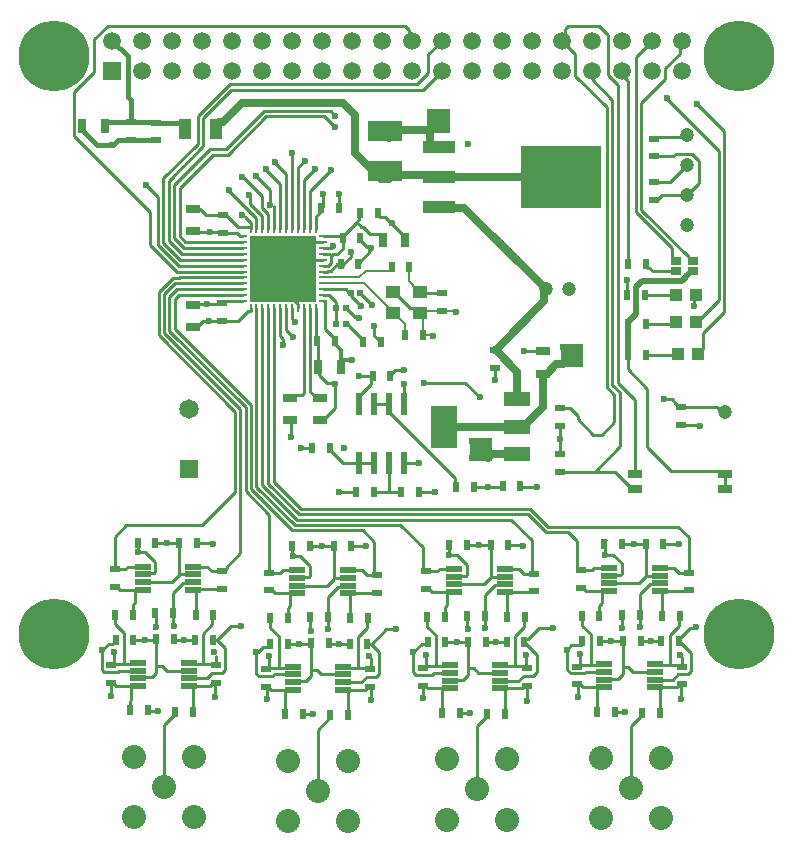
<source format=gtl>
G04*
G04 #@! TF.GenerationSoftware,Altium Limited,Altium Designer,19.1.7 (138)*
G04*
G04 Layer_Physical_Order=1*
G04 Layer_Color=255*
%FSLAX25Y25*%
%MOIN*%
G70*
G01*
G75*
%ADD10C,0.00787*%
%ADD14C,0.01000*%
%ADD20R,0.02323X0.02480*%
%ADD21R,0.01968X0.03543*%
%ADD22R,0.03543X0.01968*%
%ADD23R,0.05118X0.04331*%
%ADD24R,0.05000X0.02992*%
%ADD25R,0.05118X0.02756*%
%ADD26R,0.26929X0.20669*%
%ADD27R,0.10984X0.04134*%
%ADD28R,0.08800X0.04800*%
%ADD29R,0.08661X0.14173*%
%ADD30R,0.02756X0.05118*%
%ADD31R,0.11811X0.07087*%
%ADD32R,0.04488X0.07008*%
%ADD33R,0.02244X0.07756*%
%ADD34R,0.05787X0.01890*%
%ADD35R,0.03347X0.02559*%
%ADD36R,0.04331X0.03937*%
%ADD37O,0.00984X0.02953*%
%ADD38O,0.02953X0.00984*%
%ADD39R,0.22047X0.22047*%
%ADD68C,0.00689*%
%ADD69C,0.02500*%
%ADD70C,0.00591*%
%ADD71C,0.01378*%
%ADD72C,0.02000*%
%ADD73C,0.01575*%
%ADD74C,0.04724*%
%ADD75C,0.08000*%
%ADD76R,0.05906X0.05906*%
%ADD77C,0.05906*%
%ADD78C,0.06496*%
%ADD79R,0.06496X0.06496*%
%ADD80C,0.23622*%
%ADD81C,0.02362*%
%ADD82C,0.01968*%
G36*
X199106Y215459D02*
X191626D01*
Y223333D01*
X199106D01*
Y215459D01*
D02*
G37*
G36*
X229528Y246850D02*
X222047D01*
Y254724D01*
X229528D01*
Y246850D01*
D02*
G37*
G36*
X185019Y324972D02*
X177538D01*
Y332845D01*
X185019D01*
Y324972D01*
D02*
G37*
D10*
X171453Y275618D02*
X172764Y274307D01*
X171453Y275618D02*
Y280500D01*
D14*
X239493Y184252D02*
X242288Y181456D01*
X236614Y184252D02*
X239493D01*
X163539Y296965D02*
X170141Y290362D01*
X154590Y280913D02*
Y281701D01*
X155134Y271197D02*
Y272280D01*
X256346Y187980D02*
X261417D01*
X235820Y187408D02*
X236614Y186614D01*
X204377Y187586D02*
X209449D01*
X184375Y187402D02*
X184646Y187131D01*
X152015Y187192D02*
X157087D01*
X175624Y154748D02*
X177559D01*
X148094Y299811D02*
Y304535D01*
X132346Y282685D02*
X142681D01*
X148865Y246850D02*
Y248773D01*
X103803Y297646D02*
X110316D01*
X148865Y246608D02*
Y246850D01*
X100834Y188189D02*
X105905D01*
X236614Y184252D02*
Y186614D01*
X187524Y184252D02*
X190714Y181063D01*
X184646Y184252D02*
X187524D01*
X184646Y187131D02*
Y187414D01*
Y184252D02*
Y187131D01*
Y187414D02*
X184859Y187628D01*
X132522Y183988D02*
X132548Y183963D01*
X132522Y183988D02*
Y187209D01*
X132497Y187234D02*
X132522Y187209D01*
X135058Y183963D02*
X138351Y180669D01*
X132548Y183963D02*
X135058D01*
X80973Y185144D02*
Y188365D01*
Y185144D02*
X83483D01*
X83084Y155918D02*
X83278D01*
X134658Y154737D02*
X134853D01*
X187021Y155131D02*
X187215D01*
X238596Y155525D02*
X238790D01*
X151890Y270738D02*
X155305Y267323D01*
X155512D01*
X159843Y257283D02*
X162008Y255118D01*
X159843Y257283D02*
Y260630D01*
X150472Y261811D02*
X151260Y261024D01*
Y260551D02*
X155315Y256496D01*
X147165Y261417D02*
Y268504D01*
X154464Y263647D02*
X154724Y263386D01*
X153283Y263647D02*
X154464D01*
X150472Y266457D02*
X153283Y263647D01*
X155197Y271575D02*
X159055Y267717D01*
X155197Y271575D02*
Y271654D01*
X151150Y272000D02*
X151228D01*
X151890Y271339D01*
Y271260D02*
Y271339D01*
Y270738D02*
Y271654D01*
X142681Y272843D02*
X150307D01*
X151150Y272000D01*
X149078Y280520D02*
X149267Y280709D01*
X147708Y281102D02*
X148685Y280126D01*
X141196Y246062D02*
Y256693D01*
X105091Y291937D02*
X109331D01*
X109528Y291740D01*
X155134Y271197D02*
X155197Y271260D01*
X150472Y266457D02*
Y266535D01*
X144795Y270874D02*
X147165Y268504D01*
X142681Y270874D02*
X144795D01*
X151260Y260551D02*
Y261024D01*
X143307Y259646D02*
X146653Y256299D01*
Y255512D02*
Y256299D01*
Y254724D02*
Y255512D01*
X142681Y268905D02*
X143299D01*
X143307Y259646D02*
Y268898D01*
X143299Y268905D02*
X143307Y268898D01*
X145970Y287228D02*
X146175D01*
X155181Y289181D02*
X157487Y286875D01*
X155181Y289181D02*
Y289968D01*
X158486Y291240D02*
X161783D01*
X155972Y293754D02*
X158486Y291240D01*
X149275Y286389D02*
Y289968D01*
X149224Y286338D02*
X149275Y286389D01*
X149224Y286323D02*
Y286338D01*
X147433Y284531D02*
X149224Y286323D01*
X151906Y283597D02*
Y285228D01*
X158401Y286353D02*
X158661Y286614D01*
X158401Y286875D02*
X158661Y286614D01*
X145371Y286630D02*
X145970Y287228D01*
X145938Y284531D02*
X147433D01*
X142689Y286630D02*
X145371D01*
X145469Y284063D02*
X145938Y284531D01*
X147398Y281102D02*
X147708D01*
X145233Y278937D02*
X147398Y281102D01*
X141384Y244299D02*
X144169Y241514D01*
X146675D01*
X146850Y241339D01*
X142779Y229142D02*
X146850Y233213D01*
Y241732D01*
X140220Y257669D02*
X141196Y256693D01*
X138259Y238779D02*
Y266437D01*
Y238779D02*
X140417Y236622D01*
X136291Y238205D02*
Y266437D01*
X135586Y237500D02*
X136291Y238205D01*
X105905Y317717D02*
X111024D01*
X94902Y306713D02*
X105905Y317717D01*
X94902Y290531D02*
Y306713D01*
X268243Y227426D02*
X268504Y227165D01*
X262535Y227426D02*
X268243D01*
X262205Y227756D02*
X262535Y227426D01*
X275764Y231890D02*
X276772D01*
X273992Y233661D02*
X275764Y231890D01*
X262205Y233661D02*
X273992D01*
X258980Y236221D02*
X259687Y235513D01*
Y235391D02*
Y235513D01*
Y235391D02*
X261417Y233661D01*
X262205D01*
X256299Y236221D02*
X258980D01*
X276348Y211299D02*
X276850Y210797D01*
X244365Y246135D02*
X250787Y239713D01*
Y220213D02*
Y239713D01*
Y220213D02*
X258705Y212295D01*
X190157Y241732D02*
X194882Y237008D01*
X176378Y241732D02*
X190157D01*
X130378Y259386D02*
X132677Y257087D01*
X130378Y259386D02*
Y266445D01*
X132338Y262937D02*
X133465Y261811D01*
X132338Y262937D02*
Y266437D01*
X128409Y257095D02*
Y266445D01*
Y257095D02*
X129393Y256110D01*
Y254142D02*
Y256110D01*
X132338Y266437D02*
X132346Y266445D01*
X130378D02*
X130385Y266453D01*
X244365Y246135D02*
Y250984D01*
X258705Y212295D02*
X274850D01*
X244000Y276000D02*
X244084Y275916D01*
Y271147D02*
Y275916D01*
Y271147D02*
X244168Y271063D01*
X149275Y290075D02*
Y290756D01*
X144357Y278937D02*
X145233D01*
X144176Y278756D02*
X144357Y278937D01*
X142689Y278756D02*
X144176D01*
X144493Y280724D02*
X145469Y281701D01*
X142689Y280724D02*
X144493D01*
X173362Y266622D02*
X175028Y264957D01*
X171787Y266622D02*
X173362D01*
X166366Y272043D02*
X171787Y266622D01*
X165972Y272043D02*
X166366D01*
X133724Y284063D02*
X138055Y288394D01*
X175028Y272043D02*
X175618Y271453D01*
X183500D01*
X164705Y231791D02*
X186721Y209776D01*
X164705Y231791D02*
Y234547D01*
X186721Y207334D02*
Y209776D01*
Y207334D02*
X187205Y206850D01*
X142689Y270866D02*
X144221D01*
X258465Y308465D02*
X264173Y314173D01*
X253150Y308465D02*
X258465D01*
X145276Y332283D02*
X146850Y330709D01*
X112205Y339370D02*
X175992D01*
X182331Y345709D01*
X246277Y188022D02*
X250214D01*
X242340D02*
X246277D01*
X194702Y187628D02*
X198639D01*
X190765D02*
X194702D01*
X142340Y187234D02*
X146277D01*
X138403D02*
X142340D01*
X90765Y188415D02*
X94702D01*
X86828D02*
X90765D01*
X263516Y323516D02*
X264173Y324173D01*
X253634Y323516D02*
X263516D01*
X253150Y323031D02*
X253634Y323516D01*
X87753Y287569D02*
Y303586D01*
X83858Y307480D02*
X87753Y303586D01*
X170079Y360630D02*
X171392Y359317D01*
Y356647D02*
Y359317D01*
Y356647D02*
X172331Y355709D01*
X70955Y360630D02*
X170079D01*
X66469Y356144D02*
X70955Y360630D01*
X192331Y357685D02*
X192520Y357874D01*
X192331Y355709D02*
Y357685D01*
Y355709D02*
X192706Y356084D01*
X66469Y345195D02*
Y356144D01*
X59736Y338463D02*
X66469Y345195D01*
X59736Y324073D02*
Y338463D01*
Y324073D02*
X85114Y298695D01*
Y287680D02*
Y298695D01*
X223269Y359490D02*
X224410Y360630D01*
X223269Y356647D02*
Y359490D01*
X222331Y355709D02*
X223269Y356647D01*
X224410Y360630D02*
X234646D01*
X237598Y357677D01*
Y344144D02*
Y357677D01*
Y344144D02*
X240945Y340797D01*
Y241732D02*
Y340797D01*
Y241732D02*
X246850Y235827D01*
X239158Y240992D02*
Y336039D01*
X237370Y240252D02*
Y333496D01*
X232331Y342866D02*
X239158Y336039D01*
X237370Y240252D02*
X239870Y237752D01*
X226878Y343988D02*
X237370Y333496D01*
X239158Y240992D02*
X241657Y238492D01*
X246850Y211299D02*
Y235827D01*
X239870Y228650D02*
Y237752D01*
X241657Y220437D02*
Y238492D01*
X232331Y342866D02*
Y345709D01*
X247031Y298669D02*
Y350409D01*
Y298669D02*
X259063Y286638D01*
X248819Y299410D02*
X264772Y283457D01*
X248819Y299410D02*
Y335039D01*
X233228Y212008D02*
X240138D01*
X233228D02*
X241657Y220437D01*
X240138Y212008D02*
X245847Y206299D01*
X246850D01*
X276348Y211299D02*
X276850D01*
X275847D02*
X276348D01*
X276850Y206299D02*
Y210797D01*
X274850Y212295D02*
X275847Y211299D01*
X235630Y224410D02*
X239870Y228650D01*
X126441Y208599D02*
Y266445D01*
X124472Y208039D02*
Y266445D01*
X122504Y207480D02*
Y266445D01*
X140220Y257669D02*
Y266445D01*
X134315D02*
X134323Y266437D01*
X134307Y266453D02*
X134315Y266445D01*
X124472Y208039D02*
X134693Y197819D01*
X126441Y208599D02*
X135433Y199606D01*
X132346Y282685D02*
X133724Y284063D01*
X120535Y206921D02*
Y266445D01*
X118567Y265476D02*
Y266445D01*
X118559Y265469D02*
X118567Y265476D01*
X117590Y265469D02*
X118559D01*
X135433Y199606D02*
X211811D01*
X134307Y266453D02*
Y267985D01*
X133083Y269209D02*
X134307Y267985D01*
X131609Y269209D02*
X133083D01*
X122504Y207480D02*
X133952Y196031D01*
X136283Y266445D02*
X136291Y266437D01*
X138252Y266445D02*
X138259Y266437D01*
X212222Y177999D02*
Y189353D01*
X205543Y196031D02*
X212222Y189353D01*
X133952Y196031D02*
X205543D01*
X159859Y177605D02*
Y188503D01*
X155905Y192457D02*
X159859Y188503D01*
X100607Y188415D02*
X100834Y188189D01*
X245276Y106486D02*
Y127145D01*
X249016Y130885D01*
Y131672D01*
X194095Y106093D02*
Y127145D01*
X197441Y130491D01*
Y131279D01*
X140945Y105699D02*
Y125964D01*
X145079Y130097D01*
Y130885D01*
X89764Y106880D02*
Y127538D01*
X93504Y131279D01*
Y132066D01*
X84625Y132283D02*
X87795D01*
X84449Y132460D02*
X84625Y132283D01*
X149205Y280897D02*
X151906Y283597D01*
X149267Y280709D02*
X149268Y280708D01*
X93432Y274811D02*
X116106D01*
X211131Y156403D02*
X214571Y159843D01*
X210344Y156403D02*
X211131D01*
X214571Y159843D02*
X219291D01*
X262205Y136417D02*
Y140932D01*
X262205Y140932D01*
X228346Y147531D02*
Y151181D01*
X210827Y135728D02*
Y140342D01*
X210630Y140538D02*
X210827Y140342D01*
X210630Y140538D02*
X210840Y140748D01*
X210335Y147159D02*
Y150787D01*
Y147159D02*
X210840Y146653D01*
X177076Y147442D02*
Y151090D01*
X176287Y146653D02*
X177076Y147442D01*
X172845Y151969D02*
X175624Y154748D01*
X177559D02*
Y155131D01*
X158563Y135827D02*
Y140046D01*
X158661Y140145D01*
X158871Y146260D02*
Y149904D01*
X158079Y150696D02*
X158871Y149904D01*
X124612Y146935D02*
Y150696D01*
Y146935D02*
X124803Y146744D01*
X124730Y153561D02*
Y154271D01*
X124713Y153543D02*
X124730Y153561D01*
X122600Y153543D02*
X124713D01*
X120911Y151854D02*
X122600Y153543D01*
X120542Y151854D02*
X120911D01*
X73032Y148122D02*
Y151772D01*
X72835Y147925D02*
X73032Y148122D01*
X106693Y137008D02*
Y141326D01*
X106693Y141326D01*
X158401Y285511D02*
Y286353D01*
X154590Y281701D02*
X158401Y285511D01*
X157487Y286875D02*
X158401D01*
X165157Y244355D02*
X166865Y246063D01*
X169685D01*
X158768Y243568D02*
X159252Y244052D01*
X158768Y241366D02*
Y243568D01*
X154705Y237303D02*
X158768Y241366D01*
X154705Y234547D02*
Y237303D01*
X266535Y270399D02*
X267200Y271063D01*
X266535Y267323D02*
Y270399D01*
X267397Y262008D02*
X274728Y269340D01*
X267200Y262008D02*
X267397D01*
X274728Y269340D02*
Y319080D01*
X197638Y206850D02*
X202165D01*
X193110D02*
X197638D01*
X165157Y244052D02*
Y244355D01*
X163754Y159449D02*
X166929D01*
X209859Y155918D02*
X210344Y156403D01*
X209859Y155131D02*
Y155918D01*
X266669Y159976D02*
X266929Y160236D01*
X265098Y159976D02*
X266669D01*
X261434Y156312D02*
X265098Y159976D01*
X261434Y155525D02*
Y156312D01*
X248335Y160326D02*
Y164310D01*
X196760Y159932D02*
Y163916D01*
X144398Y159539D02*
Y163522D01*
X159042Y154737D02*
X163754Y159449D01*
X107467Y155918D02*
X112179Y160630D01*
X115354D01*
X92823Y160720D02*
X92913Y160630D01*
X92823Y160720D02*
Y164703D01*
X92733Y164793D02*
X92823Y164703D01*
X71260Y154724D02*
X72744D01*
X68967Y152432D02*
X71260Y154724D01*
X68967Y145923D02*
Y152432D01*
X73622Y155602D02*
Y155918D01*
X109962Y145923D02*
Y153424D01*
X107467Y155918D02*
X109962Y153424D01*
X105922Y155918D02*
X107467D01*
X72047Y137402D02*
Y141515D01*
X106903Y147441D02*
Y150578D01*
X120542Y144742D02*
Y151854D01*
Y144742D02*
X121296Y143988D01*
X225513Y154253D02*
X228650D01*
X229134Y154737D02*
Y155525D01*
X161536Y144742D02*
Y151849D01*
X158649Y154737D02*
X161536Y151849D01*
X157497Y154737D02*
X158649D01*
X124016Y136221D02*
Y140334D01*
X224016Y152756D02*
X225513Y154253D01*
X224016Y145993D02*
Y152756D01*
Y145993D02*
X225233Y144776D01*
X228650Y154253D02*
X229134Y154737D01*
X172835Y151969D02*
X172845D01*
X265474Y145530D02*
Y151485D01*
X261434Y155525D02*
X265474Y151485D01*
X227559Y137008D02*
Y141121D01*
X262414Y147047D02*
Y150184D01*
X213899Y145136D02*
Y151092D01*
X209859Y155131D02*
X213899Y151092D01*
X175964Y140748D02*
X175984Y140727D01*
Y136614D02*
Y140727D01*
X172835Y145206D02*
Y151969D01*
Y145206D02*
X173659Y144382D01*
X176287Y146653D02*
X176751D01*
X175964D02*
X176287D01*
X173659Y144382D02*
X179179D01*
X179675Y144878D01*
X184937D01*
X180315Y147110D02*
Y157503D01*
X177208Y147110D02*
X180315D01*
X85114Y287680D02*
X94046Y278748D01*
X110283Y319504D02*
X123063Y332283D01*
X111024Y317717D02*
X123803Y330496D01*
X100969Y321213D02*
Y330662D01*
X102756Y320472D02*
Y329921D01*
X91328Y309044D02*
X102756Y320472D01*
X105165Y319504D02*
X110283D01*
X93115Y307454D02*
X105165Y319504D01*
X89540Y309785D02*
X100969Y321213D01*
X102756Y329921D02*
X112205Y339370D01*
X111563Y341256D02*
X174175D01*
X100969Y330662D02*
X111563Y341256D01*
X89540Y288310D02*
Y309785D01*
X91328Y289050D02*
Y309044D01*
X93115Y289790D02*
Y307454D01*
X111417Y305563D02*
Y305906D01*
Y305563D02*
X120535Y296445D01*
X123063Y332283D02*
X145276D01*
X123803Y330496D02*
X143126D01*
X146850Y326772D01*
X174175Y341256D02*
X177784Y344864D01*
X174649Y205118D02*
X179921D01*
X174606Y205160D02*
X174649Y205118D01*
X131890Y223622D02*
Y229008D01*
X131756Y229142D02*
X131890Y229008D01*
X153698Y205118D02*
X153740Y205160D01*
X148031Y205118D02*
X153698D01*
X73228Y179557D02*
Y190157D01*
X77165Y194095D01*
X102362D01*
X113385Y205118D01*
Y232031D01*
X87945Y257471D02*
X113385Y232031D01*
X87945Y257471D02*
Y271851D01*
X92692Y276598D01*
X94748D01*
X94937Y276787D01*
X91520Y270371D02*
X93999Y272850D01*
X116098D01*
X89732Y271111D02*
X93432Y274811D01*
X89732Y258212D02*
Y271111D01*
Y258212D02*
X115173Y232771D01*
Y184888D02*
Y232771D01*
X110344Y180058D02*
X115173Y184888D01*
X110344Y179271D02*
Y180058D01*
X109859Y178787D02*
X110344Y179271D01*
X109072Y178787D02*
X109859D01*
X124803Y178376D02*
Y197597D01*
X116960Y205440D02*
X124803Y197597D01*
X116960Y205440D02*
Y233512D01*
X91520Y258952D02*
X116960Y233512D01*
X91520Y258952D02*
Y270371D01*
X93307Y259693D02*
X118748Y234252D01*
X93307Y259693D02*
Y269630D01*
X94551Y270874D01*
X116106D01*
X157306Y177605D02*
X159859D01*
X118748Y206181D02*
Y234252D01*
Y206181D02*
X132472Y192457D01*
X155905D01*
X159859Y177605D02*
X160647D01*
X120535Y206921D02*
X133212Y194244D01*
X168504D02*
X175894Y186854D01*
X133212Y194244D02*
X168504D01*
X211024Y197819D02*
X216929Y191913D01*
X134693Y197819D02*
X211024D01*
X211811Y199606D02*
X217717Y193701D01*
X175894Y179254D02*
Y186854D01*
Y179254D02*
X176378Y178770D01*
X177165D01*
X209668Y177999D02*
X212222D01*
X213009D01*
X216929Y191913D02*
X224410D01*
X217717Y193701D02*
X261024D01*
X264584Y190141D01*
X164961Y205160D02*
X168701D01*
X159646D02*
X164961D01*
X164705Y205416D02*
X164961Y205160D01*
X164705Y205416D02*
Y215059D01*
X169803Y214961D02*
X174803D01*
X169705Y215059D02*
X169803Y214961D01*
X159705Y234547D02*
X164705D01*
X154705Y215059D02*
X159705D01*
X169685Y241339D02*
X169695Y241329D01*
Y234557D02*
Y241329D01*
Y234557D02*
X169705Y234547D01*
X224410Y191913D02*
X227468Y188854D01*
Y179648D02*
Y188854D01*
Y179648D02*
X227953Y179163D01*
X228740D01*
X264584Y178393D02*
Y190141D01*
X231890Y147504D02*
Y157897D01*
X229053Y160734D02*
X231890Y157897D01*
X242288Y178115D02*
Y181456D01*
X241919Y177746D02*
X242288Y178115D01*
X238434Y177746D02*
X241919D01*
X149311Y215059D02*
X154705D01*
X145079Y219291D02*
X149311Y215059D01*
X145079Y219291D02*
Y220079D01*
X135433D02*
X139173D01*
X201866Y147437D02*
X202193Y147110D01*
X176751Y140748D02*
X177739Y139760D01*
X175964Y140748D02*
X176751D01*
X182480Y131672D02*
Y134944D01*
X182988Y139760D02*
X184937D01*
X182543Y139315D02*
X182988Y139760D01*
X182543Y135007D02*
Y139315D01*
X182480Y134944D02*
X182543Y135007D01*
X177739Y139760D02*
X182988D01*
X184937Y142319D02*
X185264Y142646D01*
X194492Y144878D02*
X201866D01*
X191142Y146457D02*
Y155307D01*
X209575Y144060D02*
X212823D01*
X213899Y145136D01*
X200394Y155118D02*
X203941D01*
X203954Y155131D01*
X197236Y155118D02*
X200394D01*
X197047Y155307D02*
X197236Y155118D01*
X183465Y155131D02*
X190966D01*
X191142Y155307D01*
X177953Y172864D02*
X178910Y171907D01*
X177165Y172864D02*
X177953D01*
X177165Y178770D02*
X180802D01*
X181617Y179585D01*
X186532D01*
X203462Y171907D02*
X203555Y172001D01*
X212916D01*
X213009Y172094D01*
X201866Y139760D02*
X202902D01*
X210052Y140748D02*
X210840D01*
X209064Y139760D02*
X210052Y140748D01*
X207834Y142319D02*
X209575Y144060D01*
X201866Y142319D02*
X207834D01*
X202902Y139760D02*
X203346Y139315D01*
X202902Y139760D02*
X209064D01*
X203346Y131279D02*
Y139315D01*
X204151Y163612D02*
Y171463D01*
X203706Y171907D02*
X204151Y171463D01*
X203462Y171907D02*
X203706D01*
X183284Y163612D02*
Y166884D01*
X184584Y171907D02*
X186532D01*
X184139Y171463D02*
X184584Y171907D01*
X184139Y167738D02*
Y171463D01*
X183284Y166884D02*
X184139Y167738D01*
X178910Y171907D02*
X184584D01*
X191142Y146457D02*
X192913D01*
X194492Y144878D01*
X185264Y142646D02*
X189496D01*
X191142Y144291D01*
Y146457D01*
X198639Y176801D02*
Y187628D01*
X186532Y174467D02*
X196304D01*
X198639Y176801D01*
X198863Y177026D02*
X203462D01*
X198639Y176801D02*
X198863Y177026D01*
X208082Y179585D02*
X209668Y177999D01*
X203462Y179585D02*
X208082D01*
X203135Y174140D02*
X203462Y174467D01*
X200035Y174140D02*
X203135D01*
X196670Y170775D02*
X200035Y174140D01*
X196670Y164006D02*
Y170775D01*
X209744Y163300D02*
X210056Y163612D01*
X209744Y160341D02*
Y163300D01*
X206693Y157290D02*
X209744Y160341D01*
X206693Y147244D02*
Y157290D01*
X210052Y146653D02*
X210840D01*
X209568Y147138D02*
X209595Y147110D01*
X210052Y146653D01*
X202193Y147110D02*
X209595D01*
X177379Y163612D02*
X177478Y163513D01*
Y160341D02*
Y163513D01*
X176751Y146653D02*
X177208Y147110D01*
X177478Y160341D02*
X180315Y157503D01*
X184610Y147110D02*
X184937Y147437D01*
X180709Y147110D02*
X184610D01*
X183465Y155131D02*
X183465Y155131D01*
X188562Y131496D02*
X191732D01*
X188386Y131672D02*
X188562Y131496D01*
X190765Y164006D02*
X190855Y163916D01*
Y159539D02*
Y163916D01*
Y159539D02*
X190945Y159449D01*
X190765Y187628D02*
X191249Y187144D01*
X190714Y177722D02*
Y181063D01*
X190345Y177352D02*
X190714Y177722D01*
X186532Y177026D02*
X186859Y177352D01*
X190345D01*
X184859Y187628D02*
Y188415D01*
X185344Y188900D01*
X204544Y187628D02*
Y188415D01*
X149504Y147043D02*
X149831Y146716D01*
X124389Y140354D02*
X125377Y139366D01*
X123601Y140354D02*
X124389D01*
X130118Y131279D02*
Y134550D01*
X130626Y139366D02*
X132575D01*
X130181Y138921D02*
X130626Y139366D01*
X130181Y134613D02*
Y138921D01*
X130118Y134550D02*
X130181Y134613D01*
X125377Y139366D02*
X130626D01*
X132575Y141925D02*
X132902Y142252D01*
X142130Y144484D02*
X149504D01*
X138779Y146063D02*
Y154913D01*
X157213Y143666D02*
X160460D01*
X161536Y144742D01*
X148031Y154724D02*
X151579D01*
X151592Y154737D01*
X144874Y154724D02*
X148031D01*
X144685Y154913D02*
X144874Y154724D01*
X131102Y154737D02*
X138603D01*
X138779Y154913D01*
X125591Y172470D02*
X126547Y171514D01*
X124803Y172470D02*
X125591D01*
X124803Y178376D02*
X128439D01*
X129254Y179191D01*
X134170D01*
X151099Y171514D02*
X151192Y171607D01*
X160554D01*
X160647Y171700D01*
X149504Y139366D02*
X150539D01*
X157690Y140354D02*
X158477D01*
X156702Y139366D02*
X157690Y140354D01*
X155472Y141925D02*
X157213Y143666D01*
X149504Y141925D02*
X155472D01*
X150539Y139366D02*
X150984Y138921D01*
X150539Y139366D02*
X156702D01*
X150984Y130885D02*
Y138921D01*
X151788Y163219D02*
Y171069D01*
X151344Y171514D02*
X151788Y171069D01*
X151099Y171514D02*
X151344D01*
X130922Y163219D02*
Y166490D01*
X132221Y171514D02*
X134170D01*
X131777Y171069D02*
X132221Y171514D01*
X131777Y167344D02*
Y171069D01*
X130922Y166490D02*
X131777Y167344D01*
X126547Y171514D02*
X132221D01*
X138779Y146063D02*
X140551D01*
X142130Y144484D01*
X132902Y142252D02*
X137134D01*
X138779Y143898D01*
Y146063D01*
X146277Y176408D02*
Y187234D01*
X134170Y174073D02*
X143942D01*
X146277Y176408D01*
X146501Y176632D02*
X151099D01*
X146277Y176408D02*
X146501Y176632D01*
X155720Y179191D02*
X157306Y177605D01*
X151099Y179191D02*
X155720D01*
X150773Y173746D02*
X151099Y174073D01*
X147672Y173746D02*
X150773D01*
X144308Y170382D02*
X147672Y173746D01*
X144308Y163612D02*
Y170382D01*
X157381Y162906D02*
X157694Y163219D01*
X157381Y159947D02*
Y162906D01*
X154331Y156896D02*
X157381Y159947D01*
X154331Y146850D02*
Y156896D01*
X157690Y146260D02*
X158477D01*
X157206Y146744D02*
X157233Y146716D01*
X157690Y146260D01*
X149831Y146716D02*
X157233D01*
X124730Y154271D02*
X125197Y154737D01*
X126402Y144484D02*
X132575D01*
X125906Y143988D02*
X126402Y144484D01*
X121296Y143988D02*
X125906D01*
X125017Y163219D02*
X125116Y163120D01*
Y159947D02*
Y163120D01*
X123601Y146260D02*
X124389D01*
X124845Y146716D01*
X124873Y146744D01*
X124845Y146716D02*
X127953D01*
Y157110D01*
X125116Y159947D02*
X127953Y157110D01*
X132248Y146716D02*
X132575Y147043D01*
X128346Y146716D02*
X132248D01*
X131102Y154737D02*
X131102Y154737D01*
X136200Y131102D02*
X139370D01*
X136024Y131279D02*
X136200Y131102D01*
X138403Y163612D02*
X138493Y163522D01*
Y159145D02*
Y163522D01*
Y159145D02*
X138583Y159055D01*
X138403Y187234D02*
X138887Y186750D01*
X138351Y177328D02*
Y180669D01*
X137982Y176959D02*
X138351Y177328D01*
X134170Y176632D02*
X134497Y176959D01*
X137982D01*
X152182Y187234D02*
Y188022D01*
X97929Y148224D02*
X98256Y147898D01*
X72814Y141535D02*
X73802Y140547D01*
X72026Y141535D02*
X72814D01*
X78543Y132460D02*
Y135731D01*
X79051Y140547D02*
X81000D01*
X78606Y140102D02*
X79051Y140547D01*
X78606Y135794D02*
Y140102D01*
X78543Y135731D02*
X78606Y135794D01*
X73802Y140547D02*
X79051D01*
X81000Y143106D02*
X81327Y143433D01*
X90555Y145665D02*
X97929D01*
X87205Y147244D02*
Y156095D01*
X105638Y144847D02*
X108886D01*
X109962Y145923D01*
X96457Y155905D02*
X100004D01*
X100017Y155918D01*
X93299Y155905D02*
X96457D01*
X93110Y156095D02*
X93299Y155905D01*
X79528Y155918D02*
X87029D01*
X87205Y156095D01*
X74016Y173652D02*
X74972Y172695D01*
X73228Y173652D02*
X74016D01*
X73228Y179557D02*
X76865D01*
X77680Y180372D01*
X82595D01*
X99525Y172695D02*
X99618Y172788D01*
X108979D01*
X109072Y172881D01*
X97929Y140547D02*
X98965D01*
X106115Y141535D02*
X106903D01*
X105127Y140547D02*
X106115Y141535D01*
X103897Y143106D02*
X105638Y144847D01*
X97929Y143106D02*
X103897D01*
X98965Y140547D02*
X99410Y140102D01*
X98965Y140547D02*
X105127D01*
X99410Y132066D02*
Y140102D01*
X100214Y164400D02*
Y172250D01*
X99769Y172695D02*
X100214Y172250D01*
X99525Y172695D02*
X99769D01*
X79347Y164400D02*
Y167671D01*
X80647Y172695D02*
X82595D01*
X80202Y172250D02*
X80647Y172695D01*
X80202Y168526D02*
Y172250D01*
X79347Y167671D02*
X80202Y168526D01*
X74972Y172695D02*
X80647D01*
X87205Y147244D02*
X88976D01*
X90555Y145665D01*
X81327Y143433D02*
X85559D01*
X87205Y145079D01*
Y147244D01*
X94702Y177589D02*
Y188415D01*
X82595Y175254D02*
X92367D01*
X94702Y177589D01*
X94926Y177813D02*
X99525D01*
X94702Y177589D02*
X94926Y177813D01*
X105731Y178787D02*
X109072D01*
X104145Y180372D02*
X105731Y178787D01*
X99525Y180372D02*
X104145D01*
X99198Y174927D02*
X99525Y175254D01*
X96098Y174927D02*
X99198D01*
X92733Y171563D02*
X96098Y174927D01*
X92733Y164793D02*
Y171563D01*
X105807Y164087D02*
X106119Y164400D01*
X105807Y161128D02*
Y164087D01*
X102756Y158077D02*
X105807Y161128D01*
X102756Y148031D02*
Y158077D01*
X106115Y147441D02*
X106903D01*
X105631Y147925D02*
X105658Y147898D01*
X106115Y147441D01*
X98256Y147898D02*
X105658D01*
X74827Y145665D02*
X81000D01*
X74331Y145169D02*
X74827Y145665D01*
X69722Y145169D02*
X74331D01*
X68967Y145923D02*
X69722Y145169D01*
X73442Y164400D02*
X73541Y164301D01*
Y161128D02*
Y164301D01*
X72026Y147441D02*
X72814D01*
X73271Y147898D01*
X73298Y147925D01*
X73271Y147898D02*
X76378D01*
Y158291D01*
X73541Y161128D02*
X76378Y158291D01*
X80673Y147898D02*
X81000Y148224D01*
X76772Y147898D02*
X80673D01*
X79527Y155918D02*
X79528Y155918D01*
X86828Y164793D02*
X86918Y164703D01*
Y160326D02*
Y164703D01*
Y160326D02*
X87008Y160236D01*
X86828Y188415D02*
X87312Y187931D01*
X83483Y185144D02*
X86777Y181850D01*
Y178509D02*
Y181850D01*
X86408Y178140D02*
X86777Y178509D01*
X82595Y177813D02*
X82922Y178140D01*
X86408D01*
X80922Y188415D02*
X80973Y188365D01*
X80922Y188415D02*
Y189203D01*
X81406Y189687D01*
X100607Y188415D02*
Y189203D01*
X256119Y188022D02*
Y188809D01*
X236434D02*
X236918Y189293D01*
X236434Y188022D02*
Y188809D01*
Y188022D02*
X236485Y187971D01*
X238107Y177419D02*
X238434Y177746D01*
X242340Y188022D02*
X242824Y187537D01*
X242430Y159933D02*
X242520Y159843D01*
X242430Y159933D02*
Y164310D01*
X242340Y164400D02*
X242430Y164310D01*
X239961Y132066D02*
X240137Y131890D01*
X243307D01*
X235039Y155525D02*
X235039Y155525D01*
X232283Y147504D02*
X236185D01*
X236512Y147831D01*
X228783Y147504D02*
X231890D01*
X228783D02*
X228810Y147531D01*
X228326Y147047D02*
X228783Y147504D01*
X227538Y147047D02*
X228326D01*
X229053Y160734D02*
Y163907D01*
X228954Y164006D02*
X229053Y163907D01*
X225233Y144776D02*
X229843D01*
X230339Y145272D01*
X236512D01*
X253768Y147504D02*
X261170D01*
X261627Y147047D01*
X261143Y147531D02*
X261170Y147504D01*
X261627Y147047D02*
X262414D01*
X258268Y147638D02*
Y157684D01*
X261318Y160734D01*
Y163693D01*
X261631Y164006D01*
X248245Y164400D02*
Y171169D01*
X251609Y174533D01*
X254710D01*
X255036Y174860D01*
Y179978D02*
X259657D01*
X261243Y178393D01*
X264584D01*
X250214Y177195D02*
X250438Y177419D01*
X255036D01*
X247879Y174860D02*
X250214Y177195D01*
X238107Y174860D02*
X247879D01*
X250214Y177195D02*
Y188022D01*
X242717Y144685D02*
Y146850D01*
X241071Y143039D02*
X242717Y144685D01*
X236839Y143039D02*
X241071D01*
X244488Y146850D02*
X246067Y145272D01*
X242717Y146850D02*
X244488D01*
X230484Y172301D02*
X236158D01*
X234859Y167278D02*
X235714Y168132D01*
Y171856D01*
X236158Y172301D01*
X238107D01*
X234859Y164006D02*
Y167278D01*
X255036Y172301D02*
X255280D01*
X255725Y171856D01*
Y164006D02*
Y171856D01*
X254921Y131672D02*
Y139709D01*
X254476Y140154D02*
X260639D01*
X254476D02*
X254921Y139709D01*
X253441Y142713D02*
X259409D01*
X261150Y144454D01*
X260639Y140154D02*
X261627Y141142D01*
X262414D01*
X253441Y140154D02*
X254476D01*
X264491Y172394D02*
X264584Y172487D01*
X255130Y172394D02*
X264491D01*
X255036Y172301D02*
X255130Y172394D01*
X233191Y179978D02*
X238107D01*
X232377Y179163D02*
X233191Y179978D01*
X228740Y179163D02*
X232377D01*
X228740Y173258D02*
X229528D01*
X230484Y172301D01*
X242540Y155525D02*
X242717Y155701D01*
X235039Y155525D02*
X242540D01*
X248622Y155701D02*
X248811Y155512D01*
X251969D01*
X255516D02*
X255529Y155525D01*
X251969Y155512D02*
X255516D01*
X264397Y144454D02*
X265474Y145530D01*
X261150Y144454D02*
X264397D01*
X242717Y146850D02*
Y155701D01*
X246067Y145272D02*
X253441D01*
X236512Y142713D02*
X236839Y143039D01*
X229314Y140154D02*
X234563D01*
X234055Y135338D02*
X234118Y135401D01*
Y139709D01*
X234563Y140154D01*
X236512D01*
X234055Y132066D02*
Y135338D01*
X227538Y141142D02*
X228326D01*
X229314Y140154D01*
X253441Y147831D02*
X253768Y147504D01*
X208465Y207243D02*
X208621Y207087D01*
X214173D01*
X202165Y206850D02*
X202559Y207243D01*
X154724Y244052D02*
X159252D01*
X209842Y252362D02*
X209941Y252264D01*
X216043D01*
X216142Y252165D01*
X200000Y242520D02*
Y246654D01*
X232874Y224410D02*
X235630D01*
X221654Y212008D02*
X233228D01*
X224925Y233268D02*
X227673Y230520D01*
Y229610D02*
Y230520D01*
Y229610D02*
X232874Y224410D01*
X221654Y233268D02*
X224925D01*
X221654Y222835D02*
Y227362D01*
Y217913D02*
Y222835D01*
X265551Y282283D02*
X265945D01*
X132423Y293097D02*
Y318364D01*
X123622Y312598D02*
X128409Y307811D01*
Y293020D02*
Y307811D01*
X126433Y293028D02*
Y300394D01*
X126441Y300402D01*
X126244Y300598D02*
X126441Y300402D01*
X126433Y293028D02*
X126441Y293020D01*
X126772Y314961D02*
Y315354D01*
X125197Y300984D02*
Y305906D01*
X122441Y299949D02*
X124472Y297917D01*
X122441Y299949D02*
Y303792D01*
X122504Y293020D02*
Y297181D01*
X118371Y301314D02*
X122504Y297181D01*
X120535Y293020D02*
Y296445D01*
X126772Y314961D02*
X130378Y311355D01*
Y293020D02*
Y311355D01*
X124472Y293020D02*
Y297917D01*
X138252Y305574D02*
X145276Y312598D01*
X138252Y293020D02*
Y305574D01*
X136283Y309118D02*
X140157Y312992D01*
X136283Y293020D02*
Y309118D01*
X134315Y313449D02*
X136614Y315748D01*
X115996Y310236D02*
X122441Y303792D01*
X115748Y310236D02*
X115996D01*
X123622Y312598D02*
Y312992D01*
X134315Y293020D02*
Y313449D01*
X132346Y293020D02*
X132423Y293097D01*
X120472Y310630D02*
X125197Y305906D01*
X118371Y301314D02*
Y304070D01*
X118110Y304331D02*
X118371Y304070D01*
X114434Y293528D02*
X118559D01*
X110316Y297646D02*
X114434Y293528D01*
X113956Y291740D02*
X115138Y290559D01*
X109528Y291740D02*
X113956D01*
X116795Y296791D02*
X118559Y295027D01*
Y293528D02*
Y295027D01*
X118567Y293020D02*
X118575Y293012D01*
X116795Y296791D02*
Y297055D01*
X115138Y290559D02*
X116106D01*
X177784Y344864D02*
Y351162D01*
X182331Y355709D01*
X94046Y278748D02*
X116106D01*
X87753Y287569D02*
X94605Y280716D01*
X116106D01*
X89540Y288310D02*
X95165Y282685D01*
X116106D01*
X91328Y289050D02*
X95724Y284653D01*
X116106D01*
X93115Y289790D02*
X96283Y286622D01*
X116106D01*
X94902Y290531D02*
X96842Y288591D01*
X116106D01*
X138252D02*
X142681D01*
X142582Y300205D02*
Y304535D01*
X222331Y355709D02*
X226878Y351162D01*
Y343988D02*
Y351162D01*
X250271Y250984D02*
X260507D01*
X148685Y280126D02*
Y280913D01*
X267323Y334646D02*
X276516Y325453D01*
Y265369D02*
Y325453D01*
X269259Y258112D02*
X276516Y265369D01*
X269259Y252847D02*
Y258112D01*
X267790Y251378D02*
X269259Y252847D01*
X267594Y251378D02*
X267790D01*
X257480Y336328D02*
Y336614D01*
Y336328D02*
X274728Y319080D01*
X256784Y343004D02*
Y346459D01*
X261581Y351256D01*
Y354959D01*
X248819Y335039D02*
X256784Y343004D01*
X242331Y344381D02*
X244365Y342347D01*
Y281299D02*
Y342347D01*
X247031Y350409D02*
X252331Y355709D01*
X259063Y283063D02*
Y286638D01*
Y283063D02*
X259842Y282283D01*
X260236D01*
X261581Y354959D02*
X262331Y355709D01*
X264772Y283063D02*
Y283457D01*
Y283063D02*
X265551Y282283D01*
X242331Y344381D02*
Y345709D01*
X253150Y302559D02*
X253937D01*
X255551Y304173D01*
X264173D01*
X268110Y308110D01*
Y315698D01*
X265773Y318035D02*
X268110Y315698D01*
X260310Y318035D02*
X265773D01*
X259400Y317126D02*
X260310Y318035D01*
X253150Y317126D02*
X259400D01*
X251542Y280028D02*
X252633Y278937D01*
X250755Y280028D02*
X251542D01*
X250271Y280512D02*
X250755Y280028D01*
X250271Y280512D02*
Y281299D01*
X252633Y278937D02*
X260236D01*
X260507Y271063D02*
X260507Y271063D01*
X250074Y271063D02*
X260507D01*
X259719Y261221D02*
X260507Y262008D01*
X250271Y261221D02*
X259719D01*
X260507Y250984D02*
X260901Y251378D01*
X161086Y297449D02*
Y298236D01*
Y297449D02*
X161571Y296965D01*
X163539D01*
X170141Y289181D02*
Y290362D01*
X153901Y295382D02*
X154697Y296177D01*
X149275Y290756D02*
X153901Y295382D01*
X155529Y293754D01*
X155972D01*
X161783Y291240D02*
X162661Y290362D01*
Y289181D02*
Y290362D01*
X149275Y289968D02*
Y290075D01*
X154697Y297752D02*
X155181Y298236D01*
X154697Y296177D02*
Y297752D01*
X144886Y284646D02*
X145469Y284063D01*
X142689Y284646D02*
X144886D01*
X142681Y284653D02*
X142689Y284646D01*
X145469Y281701D02*
Y284063D01*
X142681Y290559D02*
X148791D01*
X149275Y290075D01*
X142681Y286622D02*
X142689Y286630D01*
X142681Y280716D02*
X142689Y280724D01*
X142681Y278748D02*
X142689Y278756D01*
X99669Y267921D02*
X104197D01*
X129393Y279732D02*
X132346Y282685D01*
X138055Y288394D02*
X138252Y288591D01*
X100653Y292134D02*
X100850Y291937D01*
X105091D01*
X118559Y293528D02*
X118567Y293520D01*
X142189Y299811D02*
X142582Y300205D01*
X142189Y299024D02*
Y299811D01*
X140220Y297055D02*
X142189Y299024D01*
X140220Y293020D02*
Y297055D01*
X94937Y276787D02*
X116098D01*
X116106Y276780D01*
X116098Y272850D02*
X116106Y272843D01*
X100653Y299614D02*
X101834D01*
X103803Y297646D01*
X118567Y293020D02*
Y293520D01*
X114334Y262213D02*
X117590Y265469D01*
X108921Y262213D02*
X114334D01*
X102622D02*
X104590D01*
X108921D01*
X110496Y268905D02*
X116106D01*
X109708Y268118D02*
X110496Y268905D01*
X104197Y267921D02*
X108724D01*
X99472Y260244D02*
X100653D01*
X102622Y262213D01*
X108724Y267921D02*
X108921Y268118D01*
X99472Y267724D02*
X99669Y267921D01*
X108921Y268118D02*
X109708D01*
X132633Y237500D02*
X135586D01*
X131756Y236622D02*
X132633Y237500D01*
X140417Y236622D02*
X141598D01*
X141384Y244299D02*
Y245480D01*
X141598Y229142D02*
X142779D01*
X141196Y245669D02*
X141384Y245480D01*
D20*
X147165Y266535D02*
D03*
X150472D02*
D03*
X147165Y261417D02*
D03*
X150472D02*
D03*
X155197Y271654D02*
D03*
X151890D02*
D03*
D21*
X162008Y255118D02*
D03*
X156102D02*
D03*
X244365Y250984D02*
D03*
X250271D02*
D03*
X244365Y261221D02*
D03*
X250271D02*
D03*
X244168Y271063D02*
D03*
X250074D02*
D03*
X250271Y281299D02*
D03*
X244365D02*
D03*
X175953Y257500D02*
D03*
X170047D02*
D03*
X193110Y206850D02*
D03*
X187205D02*
D03*
X208465Y207243D02*
D03*
X202559D02*
D03*
X159252Y244052D02*
D03*
X165157D02*
D03*
X165551Y280315D02*
D03*
X171457D02*
D03*
X148622Y281102D02*
D03*
X154528D02*
D03*
X155181Y289968D02*
D03*
X149275D02*
D03*
X161086Y298236D02*
D03*
X155181D02*
D03*
X148094Y299811D02*
D03*
X142189D02*
D03*
X140748Y255512D02*
D03*
X146653D02*
D03*
X139173Y220079D02*
D03*
X145079D02*
D03*
X168701Y205160D02*
D03*
X174606D02*
D03*
X159646D02*
D03*
X153740D02*
D03*
X250214Y188022D02*
D03*
X256119D02*
D03*
X242340D02*
D03*
X236434D02*
D03*
X204544Y187628D02*
D03*
X198639D02*
D03*
X184859D02*
D03*
X190765D02*
D03*
X152182Y187234D02*
D03*
X146277D02*
D03*
X132497D02*
D03*
X138403D02*
D03*
X100607Y188415D02*
D03*
X94702D02*
D03*
X255725Y164006D02*
D03*
X261631D02*
D03*
X242340Y164400D02*
D03*
X248245D02*
D03*
X255529Y155525D02*
D03*
X261434D02*
D03*
X242717Y155701D02*
D03*
X248622D02*
D03*
X234859Y164006D02*
D03*
X228954D02*
D03*
X235039Y155525D02*
D03*
X229134D02*
D03*
X210056Y163612D02*
D03*
X204151D02*
D03*
X196670Y164006D02*
D03*
X190765D02*
D03*
X209859Y155131D02*
D03*
X203954D02*
D03*
X197047Y155307D02*
D03*
X191142D02*
D03*
X177379Y163612D02*
D03*
X183284D02*
D03*
X177559Y155131D02*
D03*
X183465D02*
D03*
X157694Y163219D02*
D03*
X151788D02*
D03*
X144308Y163612D02*
D03*
X138403D02*
D03*
X125017Y163219D02*
D03*
X130922D02*
D03*
X157497Y154737D02*
D03*
X151592D02*
D03*
X144685Y154913D02*
D03*
X138779D02*
D03*
X125197Y154737D02*
D03*
X131102D02*
D03*
X254921Y131672D02*
D03*
X249016D02*
D03*
X234055Y132066D02*
D03*
X239961D02*
D03*
X197441Y131279D02*
D03*
X203346D02*
D03*
X188386Y131672D02*
D03*
X182480D02*
D03*
X145079Y130885D02*
D03*
X150984D02*
D03*
X130118Y131279D02*
D03*
X136024D02*
D03*
X80922Y188415D02*
D03*
X86828D02*
D03*
X106119Y164400D02*
D03*
X100214D02*
D03*
X92733Y164793D02*
D03*
X86828D02*
D03*
X73442Y164400D02*
D03*
X79347D02*
D03*
X93110Y156095D02*
D03*
X87205D02*
D03*
X105922Y155918D02*
D03*
X100017D02*
D03*
X73622Y155918D02*
D03*
X79528D02*
D03*
X93504Y132066D02*
D03*
X99410D02*
D03*
X84449Y132460D02*
D03*
X78543D02*
D03*
D22*
X262205Y227756D02*
D03*
Y233661D02*
D03*
X200000Y246654D02*
D03*
Y252559D02*
D03*
X221654Y233268D02*
D03*
Y227362D02*
D03*
Y212008D02*
D03*
Y217913D02*
D03*
X182500Y265547D02*
D03*
Y271453D02*
D03*
X109315Y297646D02*
D03*
Y291740D02*
D03*
X87008Y328346D02*
D03*
Y322441D02*
D03*
X78740Y328543D02*
D03*
Y322638D02*
D03*
X253150Y302559D02*
D03*
Y308465D02*
D03*
Y317126D02*
D03*
Y323031D02*
D03*
X108921Y268118D02*
D03*
Y262213D02*
D03*
X124803Y172470D02*
D03*
Y178376D02*
D03*
X160647Y171700D02*
D03*
Y177605D02*
D03*
X177165Y172864D02*
D03*
Y178770D02*
D03*
X213009Y172094D02*
D03*
Y177999D02*
D03*
X228740Y179163D02*
D03*
Y173258D02*
D03*
X264584Y178393D02*
D03*
Y172487D02*
D03*
X262414Y141142D02*
D03*
Y147047D02*
D03*
X227538Y141142D02*
D03*
Y147047D02*
D03*
X210840Y146653D02*
D03*
Y140748D02*
D03*
X175964Y146653D02*
D03*
Y140748D02*
D03*
X158477Y146260D02*
D03*
Y140354D02*
D03*
X123601Y146260D02*
D03*
Y140354D02*
D03*
X73228Y173652D02*
D03*
Y179557D02*
D03*
X109072Y172881D02*
D03*
Y178787D02*
D03*
X72026Y147441D02*
D03*
Y141535D02*
D03*
X106903Y147441D02*
D03*
Y141535D02*
D03*
D23*
X165972Y272043D02*
D03*
X175028D02*
D03*
Y264957D02*
D03*
X165972D02*
D03*
D24*
X276850Y206299D02*
D03*
Y211299D02*
D03*
X246850Y206299D02*
D03*
Y211299D02*
D03*
D25*
X216142Y252165D02*
D03*
Y244685D02*
D03*
X99472Y292134D02*
D03*
Y299614D02*
D03*
Y260244D02*
D03*
Y267724D02*
D03*
X131756Y236622D02*
D03*
Y229142D02*
D03*
X141598Y236622D02*
D03*
Y229142D02*
D03*
D26*
X222028Y310236D02*
D03*
D27*
X181280Y300236D02*
D03*
Y310236D02*
D03*
Y320236D02*
D03*
D28*
X207476Y217938D02*
D03*
Y227038D02*
D03*
Y236138D02*
D03*
D29*
X183075Y227038D02*
D03*
D30*
X170141Y289181D02*
D03*
X162661D02*
D03*
X69882Y327165D02*
D03*
X62402D02*
D03*
X148622Y246850D02*
D03*
X141142D02*
D03*
D31*
X163386Y312106D02*
D03*
Y325689D02*
D03*
D32*
X96732Y326378D02*
D03*
X107205D02*
D03*
D33*
X154705Y234547D02*
D03*
X159705D02*
D03*
X164705D02*
D03*
X169705D02*
D03*
Y215059D02*
D03*
X164705D02*
D03*
X159705D02*
D03*
X154705D02*
D03*
D34*
X97929Y140547D02*
D03*
Y143106D02*
D03*
Y145665D02*
D03*
Y148224D02*
D03*
X81000D02*
D03*
Y145665D02*
D03*
Y143106D02*
D03*
Y140547D02*
D03*
X186532Y171907D02*
D03*
Y174467D02*
D03*
Y177026D02*
D03*
Y179585D02*
D03*
X203462D02*
D03*
Y177026D02*
D03*
Y174467D02*
D03*
Y171907D02*
D03*
X184937Y139760D02*
D03*
Y142319D02*
D03*
Y144878D02*
D03*
Y147437D02*
D03*
X201866D02*
D03*
Y144878D02*
D03*
Y142319D02*
D03*
Y139760D02*
D03*
X134170Y171514D02*
D03*
Y174073D02*
D03*
Y176632D02*
D03*
Y179191D02*
D03*
X151099D02*
D03*
Y176632D02*
D03*
Y174073D02*
D03*
Y171514D02*
D03*
X132575Y139366D02*
D03*
Y141925D02*
D03*
Y144484D02*
D03*
Y147043D02*
D03*
X149504D02*
D03*
Y144484D02*
D03*
Y141925D02*
D03*
Y139366D02*
D03*
X82595Y172695D02*
D03*
Y175254D02*
D03*
Y177813D02*
D03*
Y180372D02*
D03*
X99525D02*
D03*
Y177813D02*
D03*
Y175254D02*
D03*
Y172695D02*
D03*
X255036Y172301D02*
D03*
Y174860D02*
D03*
Y177419D02*
D03*
Y179978D02*
D03*
X238107D02*
D03*
Y177419D02*
D03*
Y174860D02*
D03*
Y172301D02*
D03*
X253441Y140154D02*
D03*
Y142713D02*
D03*
Y145272D02*
D03*
Y147831D02*
D03*
X236512D02*
D03*
Y145272D02*
D03*
Y142713D02*
D03*
Y140154D02*
D03*
D35*
X260236Y278937D02*
D03*
X265945D02*
D03*
X260236Y282283D02*
D03*
X265945D02*
D03*
D36*
X267200Y271063D02*
D03*
X260507D02*
D03*
X260901Y251378D02*
D03*
X267594D02*
D03*
X267200Y262008D02*
D03*
X260507D02*
D03*
D37*
X118567Y266445D02*
D03*
X120535D02*
D03*
X122504D02*
D03*
X124472D02*
D03*
X126441D02*
D03*
X128409D02*
D03*
X130378D02*
D03*
X132346D02*
D03*
X134315D02*
D03*
X136283D02*
D03*
X138252D02*
D03*
X140220D02*
D03*
Y293020D02*
D03*
X138252D02*
D03*
X136283D02*
D03*
X134315D02*
D03*
X132346D02*
D03*
X130378D02*
D03*
X128409D02*
D03*
X126441D02*
D03*
X124472D02*
D03*
X122504D02*
D03*
X120535D02*
D03*
X118567D02*
D03*
D38*
X142681Y268905D02*
D03*
Y270874D02*
D03*
Y272843D02*
D03*
Y274811D02*
D03*
Y276780D02*
D03*
Y278748D02*
D03*
Y280716D02*
D03*
Y282685D02*
D03*
Y284653D02*
D03*
Y286622D02*
D03*
Y288591D02*
D03*
Y290559D02*
D03*
X116106D02*
D03*
Y288591D02*
D03*
Y286622D02*
D03*
Y284653D02*
D03*
Y282685D02*
D03*
Y280716D02*
D03*
Y278748D02*
D03*
Y276780D02*
D03*
Y274811D02*
D03*
Y272843D02*
D03*
Y270874D02*
D03*
Y268905D02*
D03*
D39*
X129393Y279732D02*
D03*
D68*
X182547Y265500D02*
X186921D01*
X175953Y257500D02*
X179500D01*
X156515Y274811D02*
X164913Y266413D01*
X142681Y274811D02*
X156515D01*
X157106Y279073D02*
X164908D01*
X154813Y276780D02*
X157106Y279073D01*
X142681Y276780D02*
X154813D01*
X182500Y265547D02*
X183500D01*
X175618D02*
X182500D01*
X164908Y279073D02*
X165547Y279713D01*
X170047Y257500D02*
Y261276D01*
X166366Y264957D02*
X170047Y261276D01*
X165972Y264957D02*
X166366D01*
X182500Y265547D02*
X182547Y265500D01*
X175028Y264957D02*
X175618Y265547D01*
X175953Y257500D02*
Y264032D01*
X175028Y264957D02*
X175953Y264032D01*
X165547Y279713D02*
Y280500D01*
D69*
X164567Y323327D02*
X165793Y324553D01*
X115866Y335039D02*
X149323D01*
X153543Y330819D01*
X178347Y321053D02*
Y325984D01*
X163681D02*
X178347D01*
X153543Y318406D02*
Y330819D01*
X163386Y325689D02*
X163681Y325984D01*
X153543Y318406D02*
X162205Y309744D01*
X164567D01*
X163386Y312106D02*
X164439Y311053D01*
X180463D01*
X181280Y310236D01*
X109459Y328632D02*
X115866Y335039D01*
X108199Y328632D02*
X109459D01*
X107205Y327638D02*
X108199Y328632D01*
X107205Y326378D02*
Y327638D01*
X164567Y309744D02*
X164813Y309990D01*
X181280Y300236D02*
X181516Y300000D01*
X189764D01*
X178347Y321053D02*
X179163Y320236D01*
X181280D01*
X183075Y227038D02*
X207476D01*
X197819Y216746D02*
X199010Y217938D01*
X207476D01*
X189764Y300000D02*
X216929Y272835D01*
X217323Y244685D02*
X220501Y247863D01*
X216142Y244685D02*
X217323D01*
X216142Y233704D02*
Y244685D01*
X209476Y227038D02*
X216142Y233704D01*
X220501Y247863D02*
X222855D01*
X207476Y227038D02*
X209476D01*
X216504Y272409D02*
X216929Y272835D01*
X216504Y268807D02*
Y272409D01*
X200256Y252559D02*
X216504Y268807D01*
X200000Y252559D02*
X200256D01*
X207476Y236138D02*
Y245339D01*
X200256Y252559D02*
X207476Y245339D01*
X181280Y310236D02*
X222028D01*
D70*
X164913Y265622D02*
Y266413D01*
Y265622D02*
X165579Y264957D01*
X165972D01*
X172764Y273913D02*
Y274307D01*
Y273913D02*
X174634Y272043D01*
X175028D01*
D71*
X148622Y246850D02*
X148865Y246608D01*
X148622Y246850D02*
X148865D01*
Y248773D02*
X149501Y249410D01*
X148622Y248924D02*
X148865Y249167D01*
X148622Y248924D02*
Y252756D01*
X149501Y249410D02*
X152362D01*
X146653Y254724D02*
X148622Y252756D01*
D72*
X244365Y261976D02*
X247000Y264611D01*
Y273500D01*
X244365Y261221D02*
Y261976D01*
X247000Y273500D02*
X249091Y275590D01*
X255512D01*
X244365Y250984D02*
Y261221D01*
X262370Y275590D02*
X263785Y277005D01*
Y277170D01*
X265551Y278937D01*
X265945D01*
X255512Y275590D02*
X262370D01*
D73*
X62402Y325984D02*
X67520Y320866D01*
X72441D01*
X62402Y325984D02*
Y327165D01*
X72441Y320866D02*
X72654D01*
X74426Y322638D01*
X78740D01*
X78937Y322441D01*
X87008D01*
X78740Y328543D02*
Y335827D01*
X77559Y337008D02*
X78740Y335827D01*
X77559Y337008D02*
Y350480D01*
X77953Y328543D02*
X78740D01*
X70472D02*
X77953D01*
X69882Y327165D02*
Y327953D01*
X70472Y328543D01*
X96732Y326378D02*
Y326890D01*
X95276Y328346D02*
X96732Y326890D01*
X87008Y328346D02*
X95276D01*
X86811Y328543D02*
X87008Y328346D01*
X78740Y328543D02*
X86811D01*
X77756Y328740D02*
X77953Y328543D01*
X72331Y355709D02*
X77559Y350480D01*
D74*
X276772Y231890D02*
D03*
X224803Y272835D02*
D03*
X216929D02*
D03*
X264173Y294173D02*
D03*
Y304173D02*
D03*
Y324173D02*
D03*
Y314173D02*
D03*
D75*
X245276Y106486D02*
D03*
X255276Y116486D02*
D03*
Y96486D02*
D03*
X235276Y116486D02*
D03*
Y96486D02*
D03*
X194095Y106093D02*
D03*
X204095Y116093D02*
D03*
Y96092D02*
D03*
X184095Y116093D02*
D03*
Y96092D02*
D03*
X140945Y105699D02*
D03*
X150945Y115699D02*
D03*
Y95699D02*
D03*
X130945Y115699D02*
D03*
Y95699D02*
D03*
X89764Y106880D02*
D03*
X99764Y116880D02*
D03*
Y96880D02*
D03*
X79764Y116880D02*
D03*
Y96880D02*
D03*
D76*
X72331Y345709D02*
D03*
D77*
Y355709D02*
D03*
X82331Y345709D02*
D03*
Y355709D02*
D03*
X92331Y345709D02*
D03*
Y355709D02*
D03*
X102331Y345709D02*
D03*
Y355709D02*
D03*
X112331Y345709D02*
D03*
Y355709D02*
D03*
X122331Y345709D02*
D03*
Y355709D02*
D03*
X132331Y345709D02*
D03*
Y355709D02*
D03*
X142331Y345709D02*
D03*
Y355709D02*
D03*
X152331Y345709D02*
D03*
Y355709D02*
D03*
X162331Y345709D02*
D03*
Y355709D02*
D03*
X172331Y345709D02*
D03*
Y355709D02*
D03*
X182331Y345709D02*
D03*
Y355709D02*
D03*
X192331Y345709D02*
D03*
Y355709D02*
D03*
X202331Y345709D02*
D03*
Y355709D02*
D03*
X212331Y345709D02*
D03*
Y355709D02*
D03*
X222331Y345709D02*
D03*
Y355709D02*
D03*
X262331D02*
D03*
Y345709D02*
D03*
X252331Y355709D02*
D03*
Y345709D02*
D03*
X242331Y355709D02*
D03*
Y345709D02*
D03*
X232331Y355709D02*
D03*
Y345709D02*
D03*
D78*
X98032Y232992D02*
D03*
D79*
Y212992D02*
D03*
D80*
X53158Y350709D02*
D03*
Y157795D02*
D03*
X281504Y350709D02*
D03*
Y157795D02*
D03*
D81*
X236614Y184252D02*
D03*
X184646D02*
D03*
X132548Y183963D02*
D03*
X80973Y185144D02*
D03*
X83278Y155918D02*
D03*
X134853Y154737D02*
D03*
X187215Y155131D02*
D03*
X238790Y155525D02*
D03*
X155512Y267323D02*
D03*
X159843Y260630D02*
D03*
X159055Y267717D02*
D03*
X158661Y286614D02*
D03*
X154724Y263386D02*
D03*
X152362Y249410D02*
D03*
X146175Y287228D02*
D03*
X151906Y285228D02*
D03*
X146850Y241339D02*
D03*
X268504Y227165D02*
D03*
X256299Y236221D02*
D03*
X194882Y237008D02*
D03*
X176378Y241732D02*
D03*
X132677Y257087D02*
D03*
X133465Y261811D02*
D03*
X244000Y276000D02*
D03*
X179421Y257315D02*
D03*
X186921Y265315D02*
D03*
X146850Y330709D02*
D03*
X178347Y325984D02*
D03*
X183731Y326259D02*
D03*
X190945Y321260D02*
D03*
X83858Y307480D02*
D03*
X129393Y254142D02*
D03*
X261417Y187795D02*
D03*
X209449Y187402D02*
D03*
X157087Y187192D02*
D03*
X105905Y188005D02*
D03*
X194702Y187628D02*
D03*
X87795Y132283D02*
D03*
X262205Y136417D02*
D03*
X261614Y150984D02*
D03*
X228346Y151181D02*
D03*
X210827Y135728D02*
D03*
X210335Y150787D02*
D03*
X177076Y151090D02*
D03*
X158563Y135827D02*
D03*
X158079Y150696D02*
D03*
X124612D02*
D03*
X73032Y151772D02*
D03*
X106398D02*
D03*
X106693Y137008D02*
D03*
X165748Y294882D02*
D03*
X169685Y246063D02*
D03*
X266535Y267323D02*
D03*
X197638Y206850D02*
D03*
X266929Y160236D02*
D03*
X248425Y160236D02*
D03*
X219291Y159843D02*
D03*
X196850D02*
D03*
X144488Y159449D02*
D03*
X166929D02*
D03*
X115354Y160630D02*
D03*
X92913D02*
D03*
X68967Y152432D02*
D03*
X72047Y137402D02*
D03*
X120542Y151854D02*
D03*
X124016Y136221D02*
D03*
X224016Y152756D02*
D03*
X227559Y137008D02*
D03*
X175984Y136614D02*
D03*
X172835Y151969D02*
D03*
X72441Y320866D02*
D03*
X111417Y305906D02*
D03*
X146850Y326772D02*
D03*
X178326Y331664D02*
D03*
X183444D02*
D03*
X179921Y205118D02*
D03*
X131890Y223622D02*
D03*
X148031Y205118D02*
D03*
X192434Y216472D02*
D03*
X197531Y222152D02*
D03*
X197819Y216746D02*
D03*
X192413Y222152D02*
D03*
X174803Y214961D02*
D03*
X169685Y241339D02*
D03*
X246277Y188022D02*
D03*
X135433Y220079D02*
D03*
X200394Y155118D02*
D03*
X191732Y131496D02*
D03*
X190945Y159449D02*
D03*
X148031Y154724D02*
D03*
X139370Y131102D02*
D03*
X138583Y159055D02*
D03*
X142340Y187234D02*
D03*
X96457Y155905D02*
D03*
X87008Y160236D02*
D03*
X90765Y188415D02*
D03*
X242520Y159843D02*
D03*
X243307Y131890D02*
D03*
X251969Y155512D02*
D03*
X214173Y207087D02*
D03*
X154724Y244052D02*
D03*
X149606Y220079D02*
D03*
X222835Y253543D02*
D03*
X227953D02*
D03*
X228240Y248138D02*
D03*
X222855Y247863D02*
D03*
X209842Y252362D02*
D03*
X200000Y242520D02*
D03*
X221654Y222835D02*
D03*
X132423Y318364D02*
D03*
X126772Y315354D02*
D03*
X125197Y300984D02*
D03*
X115748Y297441D02*
D03*
X145276Y312598D02*
D03*
X140157Y312992D02*
D03*
X136614Y315748D02*
D03*
X115748Y310236D02*
D03*
X123622Y312992D02*
D03*
X120472Y310630D02*
D03*
X118110Y304331D02*
D03*
X147897Y304535D02*
D03*
X142582D02*
D03*
X255512Y275590D02*
D03*
X267323Y334646D02*
D03*
X257480Y336614D02*
D03*
X105091Y291937D02*
D03*
X104197Y267921D02*
D03*
X104590Y262213D02*
D03*
D82*
X120732Y271071D02*
D03*
Y275402D02*
D03*
Y279732D02*
D03*
Y284063D02*
D03*
Y288394D02*
D03*
X125063Y271071D02*
D03*
Y275402D02*
D03*
Y279732D02*
D03*
Y284063D02*
D03*
Y288394D02*
D03*
X129393Y271071D02*
D03*
Y275402D02*
D03*
Y279732D02*
D03*
Y284063D02*
D03*
Y288394D02*
D03*
X133724Y271071D02*
D03*
Y275402D02*
D03*
Y279732D02*
D03*
Y284063D02*
D03*
Y288394D02*
D03*
X138055Y271071D02*
D03*
Y275402D02*
D03*
Y279732D02*
D03*
Y284063D02*
D03*
Y288394D02*
D03*
M02*

</source>
